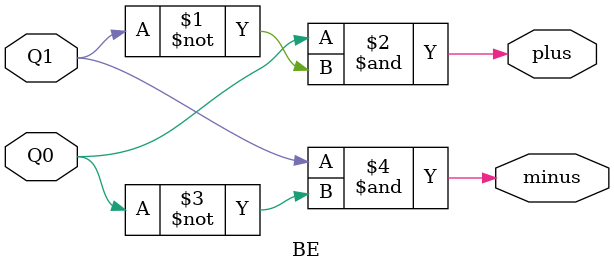
<source format=v>
module lab2(SW, HEX0, HEX1, HEX2, HEX3);
	input [15:0] SW;
	output [6:0] HEX0;
	output [6:0] HEX1;
	output [6:0] HEX2;
	output [6:0] HEX3; 

	wire [7:0] M;
	wire [7:0] Q;
	wire [15:0] result;
 
	// Connect switches to the multiplier.
	assign M = SW[7:0];
	assign Q = SW[15:8];
 
	// Your multiplier circuit goes here. 
	columns c(M,Q,result);
 
	// Multiplication result goes to HEX displays. 
	hex_digits h0(result[3:0], HEX0);
	hex_digits h1(result[7:4], HEX1);
	hex_digits h2(result[11:8], HEX2);
	hex_digits h3(result[15:12], HEX3);
 
endmodule

// Create instances of rows
module columns(M,Q,P);
	input [7:0] M,Q;
	output [15:0] P;
	wire [7:0] plus, minus;
	wire [8:0] boothIN;
	assign boothIN[8:1] = Q[7:0];
	assign boothIN[0] = 0;

	generate
		genvar i;
		for (i=0; i<8; i=i+1)
		begin:PartialProduct
			wire [9:0] Pin_out;
			BE boothEncoder(boothIN[i],boothIN[i+1],plus[i],minus[i]);
			if (i==0)
				row mr(0,Pin_out,plus[i],minus[i],M);
			else if (i==1)
				row mr( {PartialProduct[0].Pin_out[9],~PartialProduct[0].Pin_out[9],PartialProduct[0].Pin_out[7:1]},Pin_out,plus[i],minus[i],M);
			else 
				row mr(PartialProduct[i-1].Pin_out[9:1],Pin_out,plus[i],minus[i],M);
			assign P[i] = Pin_out[0];
		end
	endgenerate
	
	assign P[15:8] = PartialProduct[7].Pin_out[9:1];
	
endmodule

// Create a single row of Multipliers
module row (Pin,Pout,plus,minus,M);
	input [8:0] Pin;
	output [9:0] Pout;
	input plus,minus;
	input [7:0] M;
	wire [7:0] SignExt;
	wire [7:-1] no;
	wire [8:0] Carry;
	wire twos;

	generate
		genvar i;
		for (i=0; i<8; i=i+1)
		begin:col
			X multiply(Pin[i], M[i], plus, minus, Carry[i], Carry[i+1], SignExt[i], Pout[i]);
			assign no[i] = no[i-1] & SignExt[i];
		end
	endgenerate

	assign Carry[0] = minus;
	// Sign extension, is the ones sign (flip only if all ones and we are negating)
	assign twos = SignExt[7] ^ (minus & no[6]);
	FA fullAdder(~twos, Carry[8], Pin[8], Pout[9], Pout[8]);
endmodule

// Full Adder
module FA(A,B,CI,CO, SUM);
	input A,B,CI;
	output SUM, CO;
	assign SUM = CI^(A^B);
	assign CO = (~(A^B)&B)|((A^B)&CI);
endmodule

// Multiplier Cell
module X(Pin, M, plus, minus, Cin, Cout, SignExt, Pout);	
	input Pin, M, plus, minus, Cin;
	output Cout, Pout, SignExt;
	assign SignExt = (plus & M) | (minus & ~M);
	FA add(Pin,SignExt,Cin,Cout,Pout);
endmodule

// Booth Encoder
module BE(Q0,Q1,plus,minus);
	input Q0,Q1;
	output plus,minus;
	assign plus = Q0&(~Q1);
	assign minus = Q1&(~Q0);
endmodule

</source>
